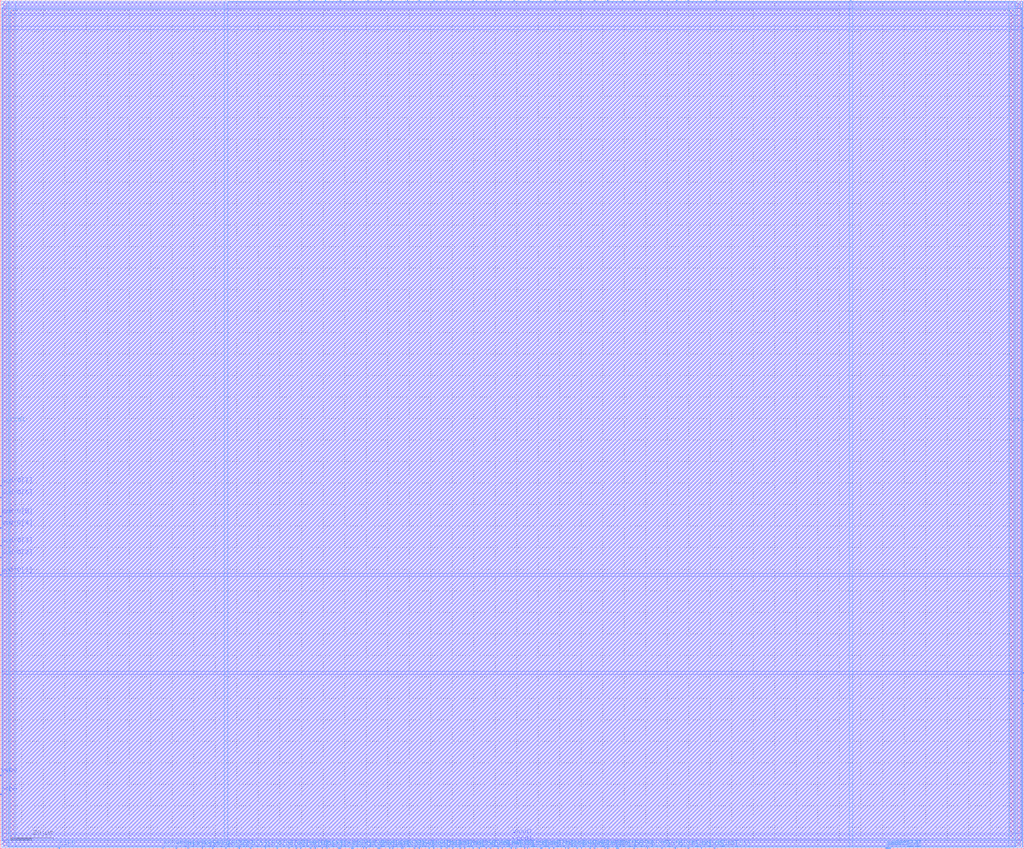
<source format=lef>
VERSION 5.4 ;
NAMESCASESENSITIVE ON ;
BUSBITCHARS "[]" ;
DIVIDERCHAR "/" ;
UNITS
  DATABASE MICRONS 2000 ;
END UNITS
MACRO sky130_sram_1kbyte_1rw1r_32x256_8
   CLASS BLOCK ;
   SIZE 475.7 BY 394.78 ;
   SYMMETRY X Y R90 ;
   PIN din0[0]
      DIRECTION INPUT ;
      PORT
         LAYER met4 ;
         RECT  104.72 0.0 105.1 0.64 ;
      END
   END din0[0]
   PIN din0[1]
      DIRECTION INPUT ;
      PORT
         LAYER met4 ;
         RECT  110.84 0.0 111.22 0.64 ;
      END
   END din0[1]
   PIN din0[2]
      DIRECTION INPUT ;
      PORT
         LAYER met4 ;
         RECT  116.28 0.0 116.66 0.64 ;
      END
   END din0[2]
   PIN din0[3]
      DIRECTION INPUT ;
      PORT
         LAYER met4 ;
         RECT  123.08 0.0 123.46 0.64 ;
      END
   END din0[3]
   PIN din0[4]
      DIRECTION INPUT ;
      PORT
         LAYER met4 ;
         RECT  128.52 0.0 128.9 0.64 ;
      END
   END din0[4]
   PIN din0[5]
      DIRECTION INPUT ;
      PORT
         LAYER met4 ;
         RECT  133.96 0.0 134.34 0.64 ;
      END
   END din0[5]
   PIN din0[6]
      DIRECTION INPUT ;
      PORT
         LAYER met4 ;
         RECT  139.4 0.0 139.78 0.64 ;
      END
   END din0[6]
   PIN din0[7]
      DIRECTION INPUT ;
      PORT
         LAYER met4 ;
         RECT  146.2 0.0 146.58 0.64 ;
      END
   END din0[7]
   PIN din0[8]
      DIRECTION INPUT ;
      PORT
         LAYER met4 ;
         RECT  151.64 0.0 152.02 0.64 ;
      END
   END din0[8]
   PIN din0[9]
      DIRECTION INPUT ;
      PORT
         LAYER met4 ;
         RECT  157.08 0.0 157.46 0.64 ;
      END
   END din0[9]
   PIN din0[10]
      DIRECTION INPUT ;
      PORT
         LAYER met4 ;
         RECT  163.2 0.0 163.58 0.64 ;
      END
   END din0[10]
   PIN din0[11]
      DIRECTION INPUT ;
      PORT
         LAYER met4 ;
         RECT  168.64 0.0 169.02 0.64 ;
      END
   END din0[11]
   PIN din0[12]
      DIRECTION INPUT ;
      PORT
         LAYER met4 ;
         RECT  175.44 0.0 175.82 0.64 ;
      END
   END din0[12]
   PIN din0[13]
      DIRECTION INPUT ;
      PORT
         LAYER met4 ;
         RECT  180.88 0.0 181.26 0.64 ;
      END
   END din0[13]
   PIN din0[14]
      DIRECTION INPUT ;
      PORT
         LAYER met4 ;
         RECT  186.32 0.0 186.7 0.64 ;
      END
   END din0[14]
   PIN din0[15]
      DIRECTION INPUT ;
      PORT
         LAYER met4 ;
         RECT  192.44 0.0 192.82 0.64 ;
      END
   END din0[15]
   PIN din0[16]
      DIRECTION INPUT ;
      PORT
         LAYER met4 ;
         RECT  199.24 0.0 199.62 0.64 ;
      END
   END din0[16]
   PIN din0[17]
      DIRECTION INPUT ;
      PORT
         LAYER met4 ;
         RECT  204.68 0.0 205.06 0.64 ;
      END
   END din0[17]
   PIN din0[18]
      DIRECTION INPUT ;
      PORT
         LAYER met4 ;
         RECT  210.12 0.0 210.5 0.64 ;
      END
   END din0[18]
   PIN din0[19]
      DIRECTION INPUT ;
      PORT
         LAYER met4 ;
         RECT  215.56 0.0 215.94 0.64 ;
      END
   END din0[19]
   PIN din0[20]
      DIRECTION INPUT ;
      PORT
         LAYER met4 ;
         RECT  222.36 0.0 222.74 0.64 ;
      END
   END din0[20]
   PIN din0[21]
      DIRECTION INPUT ;
      PORT
         LAYER met4 ;
         RECT  227.8 0.0 228.18 0.64 ;
      END
   END din0[21]
   PIN din0[22]
      DIRECTION INPUT ;
      PORT
         LAYER met4 ;
         RECT  233.24 0.0 233.62 0.64 ;
      END
   END din0[22]
   PIN din0[23]
      DIRECTION INPUT ;
      PORT
         LAYER met4 ;
         RECT  239.36 0.0 239.74 0.64 ;
      END
   END din0[23]
   PIN din0[24]
      DIRECTION INPUT ;
      PORT
         LAYER met4 ;
         RECT  244.8 0.0 245.18 0.64 ;
      END
   END din0[24]
   PIN din0[25]
      DIRECTION INPUT ;
      PORT
         LAYER met4 ;
         RECT  251.6 0.0 251.98 0.64 ;
      END
   END din0[25]
   PIN din0[26]
      DIRECTION INPUT ;
      PORT
         LAYER met4 ;
         RECT  257.04 0.0 257.42 0.64 ;
      END
   END din0[26]
   PIN din0[27]
      DIRECTION INPUT ;
      PORT
         LAYER met4 ;
         RECT  262.48 0.0 262.86 0.64 ;
      END
   END din0[27]
   PIN din0[28]
      DIRECTION INPUT ;
      PORT
         LAYER met4 ;
         RECT  267.92 0.0 268.3 0.64 ;
      END
   END din0[28]
   PIN din0[29]
      DIRECTION INPUT ;
      PORT
         LAYER met4 ;
         RECT  274.04 0.0 274.42 0.64 ;
      END
   END din0[29]
   PIN din0[30]
      DIRECTION INPUT ;
      PORT
         LAYER met4 ;
         RECT  280.84 0.0 281.22 0.64 ;
      END
   END din0[30]
   PIN din0[31]
      DIRECTION INPUT ;
      PORT
         LAYER met4 ;
         RECT  286.28 0.0 286.66 0.64 ;
      END
   END din0[31]
   PIN addr0[0]
      DIRECTION INPUT ;
      PORT
         LAYER met4 ;
         RECT  75.48 0.0 75.86 0.64 ;
      END
   END addr0[0]
   PIN addr0[1]
      DIRECTION INPUT ;
      PORT
         LAYER met3 ;
         RECT  0.0 127.16 0.64 127.54 ;
      END
   END addr0[1]
   PIN addr0[2]
      DIRECTION INPUT ;
      PORT
         LAYER met3 ;
         RECT  0.0 135.32 0.64 135.7 ;
      END
   END addr0[2]
   PIN addr0[3]
      DIRECTION INPUT ;
      PORT
         LAYER met3 ;
         RECT  0.0 140.76 0.64 141.14 ;
      END
   END addr0[3]
   PIN addr0[4]
      DIRECTION INPUT ;
      PORT
         LAYER met3 ;
         RECT  0.0 148.92 0.64 149.3 ;
      END
   END addr0[4]
   PIN addr0[5]
      DIRECTION INPUT ;
      PORT
         LAYER met3 ;
         RECT  0.0 154.36 0.64 154.74 ;
      END
   END addr0[5]
   PIN addr0[6]
      DIRECTION INPUT ;
      PORT
         LAYER met3 ;
         RECT  0.0 163.2 0.64 163.58 ;
      END
   END addr0[6]
   PIN addr0[7]
      DIRECTION INPUT ;
      PORT
         LAYER met3 ;
         RECT  0.0 168.64 0.64 169.02 ;
      END
   END addr0[7]
   PIN addr1[0]
      DIRECTION INPUT ;
      PORT
         LAYER met4 ;
         RECT  395.08 394.14 395.46 394.78 ;
      END
   END addr1[0]
   PIN addr1[1]
      DIRECTION INPUT ;
      PORT
         LAYER met3 ;
         RECT  475.06 81.6 475.7 81.98 ;
      END
   END addr1[1]
   PIN addr1[2]
      DIRECTION INPUT ;
      PORT
         LAYER met3 ;
         RECT  475.06 73.44 475.7 73.82 ;
      END
   END addr1[2]
   PIN addr1[3]
      DIRECTION INPUT ;
      PORT
         LAYER met3 ;
         RECT  475.06 67.32 475.7 67.7 ;
      END
   END addr1[3]
   PIN addr1[4]
      DIRECTION INPUT ;
      PORT
         LAYER met4 ;
         RECT  413.44 0.0 413.82 0.64 ;
      END
   END addr1[4]
   PIN addr1[5]
      DIRECTION INPUT ;
      PORT
         LAYER met4 ;
         RECT  411.4 0.0 411.78 0.64 ;
      END
   END addr1[5]
   PIN addr1[6]
      DIRECTION INPUT ;
      PORT
         LAYER met4 ;
         RECT  412.08 0.0 412.46 0.64 ;
      END
   END addr1[6]
   PIN addr1[7]
      DIRECTION INPUT ;
      PORT
         LAYER met4 ;
         RECT  412.76 0.0 413.14 0.64 ;
      END
   END addr1[7]
   PIN csb0
      DIRECTION INPUT ;
      PORT
         LAYER met3 ;
         RECT  0.0 25.16 0.64 25.54 ;
      END
   END csb0
   PIN csb1
      DIRECTION INPUT ;
      PORT
         LAYER met3 ;
         RECT  475.06 381.48 475.7 381.86 ;
      END
   END csb1
   PIN web0
      DIRECTION INPUT ;
      PORT
         LAYER met3 ;
         RECT  0.0 34.0 0.64 34.38 ;
      END
   END web0
   PIN clk0
      DIRECTION INPUT ;
      PORT
         LAYER met4 ;
         RECT  27.2 0.0 27.58 0.64 ;
      END
   END clk0
   PIN clk1
      DIRECTION INPUT ;
      PORT
         LAYER met4 ;
         RECT  448.12 394.14 448.5 394.78 ;
      END
   END clk1
   PIN wmask0[0]
      DIRECTION INPUT ;
      PORT
         LAYER met4 ;
         RECT  81.6 0.0 81.98 0.64 ;
      END
   END wmask0[0]
   PIN wmask0[1]
      DIRECTION INPUT ;
      PORT
         LAYER met4 ;
         RECT  87.04 0.0 87.42 0.64 ;
      END
   END wmask0[1]
   PIN wmask0[2]
      DIRECTION INPUT ;
      PORT
         LAYER met4 ;
         RECT  93.84 0.0 94.22 0.64 ;
      END
   END wmask0[2]
   PIN wmask0[3]
      DIRECTION INPUT ;
      PORT
         LAYER met4 ;
         RECT  98.6 0.0 98.98 0.64 ;
      END
   END wmask0[3]
   PIN dout0[0]
      DIRECTION OUTPUT ;
      PORT
         LAYER met4 ;
         RECT  137.36 0.0 137.74 0.64 ;
      END
   END dout0[0]
   PIN dout0[1]
      DIRECTION OUTPUT ;
      PORT
         LAYER met4 ;
         RECT  144.16 0.0 144.54 0.64 ;
      END
   END dout0[1]
   PIN dout0[2]
      DIRECTION OUTPUT ;
      PORT
         LAYER met4 ;
         RECT  149.6 0.0 149.98 0.64 ;
      END
   END dout0[2]
   PIN dout0[3]
      DIRECTION OUTPUT ;
      PORT
         LAYER met4 ;
         RECT  157.76 0.0 158.14 0.64 ;
      END
   END dout0[3]
   PIN dout0[4]
      DIRECTION OUTPUT ;
      PORT
         LAYER met4 ;
         RECT  163.88 0.0 164.26 0.64 ;
      END
   END dout0[4]
   PIN dout0[5]
      DIRECTION OUTPUT ;
      PORT
         LAYER met4 ;
         RECT  170.0 0.0 170.38 0.64 ;
      END
   END dout0[5]
   PIN dout0[6]
      DIRECTION OUTPUT ;
      PORT
         LAYER met4 ;
         RECT  176.12 0.0 176.5 0.64 ;
      END
   END dout0[6]
   PIN dout0[7]
      DIRECTION OUTPUT ;
      PORT
         LAYER met4 ;
         RECT  182.24 0.0 182.62 0.64 ;
      END
   END dout0[7]
   PIN dout0[8]
      DIRECTION OUTPUT ;
      PORT
         LAYER met4 ;
         RECT  187.0 0.0 187.38 0.64 ;
      END
   END dout0[8]
   PIN dout0[9]
      DIRECTION OUTPUT ;
      PORT
         LAYER met4 ;
         RECT  194.48 0.0 194.86 0.64 ;
      END
   END dout0[9]
   PIN dout0[10]
      DIRECTION OUTPUT ;
      PORT
         LAYER met4 ;
         RECT  201.28 0.0 201.66 0.64 ;
      END
   END dout0[10]
   PIN dout0[11]
      DIRECTION OUTPUT ;
      PORT
         LAYER met4 ;
         RECT  207.4 0.0 207.78 0.64 ;
      END
   END dout0[11]
   PIN dout0[12]
      DIRECTION OUTPUT ;
      PORT
         LAYER met4 ;
         RECT  213.52 0.0 213.9 0.64 ;
      END
   END dout0[12]
   PIN dout0[13]
      DIRECTION OUTPUT ;
      PORT
         LAYER met4 ;
         RECT  219.64 0.0 220.02 0.64 ;
      END
   END dout0[13]
   PIN dout0[14]
      DIRECTION OUTPUT ;
      PORT
         LAYER met4 ;
         RECT  225.76 0.0 226.14 0.64 ;
      END
   END dout0[14]
   PIN dout0[15]
      DIRECTION OUTPUT ;
      PORT
         LAYER met4 ;
         RECT  231.2 0.0 231.58 0.64 ;
      END
   END dout0[15]
   PIN dout0[16]
      DIRECTION OUTPUT ;
      PORT
         LAYER met4 ;
         RECT  237.32 0.0 237.7 0.64 ;
      END
   END dout0[16]
   PIN dout0[17]
      DIRECTION OUTPUT ;
      PORT
         LAYER met4 ;
         RECT  243.44 0.0 243.82 0.64 ;
      END
   END dout0[17]
   PIN dout0[18]
      DIRECTION OUTPUT ;
      PORT
         LAYER met4 ;
         RECT  250.92 0.0 251.3 0.64 ;
      END
   END dout0[18]
   PIN dout0[19]
      DIRECTION OUTPUT ;
      PORT
         LAYER met4 ;
         RECT  255.0 0.0 255.38 0.64 ;
      END
   END dout0[19]
   PIN dout0[20]
      DIRECTION OUTPUT ;
      PORT
         LAYER met4 ;
         RECT  263.84 0.0 264.22 0.64 ;
      END
   END dout0[20]
   PIN dout0[21]
      DIRECTION OUTPUT ;
      PORT
         LAYER met4 ;
         RECT  269.96 0.0 270.34 0.64 ;
      END
   END dout0[21]
   PIN dout0[22]
      DIRECTION OUTPUT ;
      PORT
         LAYER met4 ;
         RECT  276.08 0.0 276.46 0.64 ;
      END
   END dout0[22]
   PIN dout0[23]
      DIRECTION OUTPUT ;
      PORT
         LAYER met4 ;
         RECT  282.2 0.0 282.58 0.64 ;
      END
   END dout0[23]
   PIN dout0[24]
      DIRECTION OUTPUT ;
      PORT
         LAYER met4 ;
         RECT  286.96 0.0 287.34 0.64 ;
      END
   END dout0[24]
   PIN dout0[25]
      DIRECTION OUTPUT ;
      PORT
         LAYER met4 ;
         RECT  294.44 0.0 294.82 0.64 ;
      END
   END dout0[25]
   PIN dout0[26]
      DIRECTION OUTPUT ;
      PORT
         LAYER met4 ;
         RECT  300.56 0.0 300.94 0.64 ;
      END
   END dout0[26]
   PIN dout0[27]
      DIRECTION OUTPUT ;
      PORT
         LAYER met4 ;
         RECT  307.36 0.0 307.74 0.64 ;
      END
   END dout0[27]
   PIN dout0[28]
      DIRECTION OUTPUT ;
      PORT
         LAYER met4 ;
         RECT  313.48 0.0 313.86 0.64 ;
      END
   END dout0[28]
   PIN dout0[29]
      DIRECTION OUTPUT ;
      PORT
         LAYER met4 ;
         RECT  319.6 0.0 319.98 0.64 ;
      END
   END dout0[29]
   PIN dout0[30]
      DIRECTION OUTPUT ;
      PORT
         LAYER met4 ;
         RECT  325.72 0.0 326.1 0.64 ;
      END
   END dout0[30]
   PIN dout0[31]
      DIRECTION OUTPUT ;
      PORT
         LAYER met4 ;
         RECT  331.84 0.0 332.22 0.64 ;
      END
   END dout0[31]
   PIN dout1[0]
      DIRECTION OUTPUT ;
      PORT
         LAYER met4 ;
         RECT  138.72 394.14 139.1 394.78 ;
      END
   END dout1[0]
   PIN dout1[1]
      DIRECTION OUTPUT ;
      PORT
         LAYER met4 ;
         RECT  145.52 394.14 145.9 394.78 ;
      END
   END dout1[1]
   PIN dout1[2]
      DIRECTION OUTPUT ;
      PORT
         LAYER met4 ;
         RECT  150.96 394.14 151.34 394.78 ;
      END
   END dout1[2]
   PIN dout1[3]
      DIRECTION OUTPUT ;
      PORT
         LAYER met4 ;
         RECT  157.76 394.14 158.14 394.78 ;
      END
   END dout1[3]
   PIN dout1[4]
      DIRECTION OUTPUT ;
      PORT
         LAYER met4 ;
         RECT  163.88 394.14 164.26 394.78 ;
      END
   END dout1[4]
   PIN dout1[5]
      DIRECTION OUTPUT ;
      PORT
         LAYER met4 ;
         RECT  170.68 394.14 171.06 394.78 ;
      END
   END dout1[5]
   PIN dout1[6]
      DIRECTION OUTPUT ;
      PORT
         LAYER met4 ;
         RECT  176.8 394.14 177.18 394.78 ;
      END
   END dout1[6]
   PIN dout1[7]
      DIRECTION OUTPUT ;
      PORT
         LAYER met4 ;
         RECT  182.24 394.14 182.62 394.78 ;
      END
   END dout1[7]
   PIN dout1[8]
      DIRECTION OUTPUT ;
      PORT
         LAYER met4 ;
         RECT  189.04 394.14 189.42 394.78 ;
      END
   END dout1[8]
   PIN dout1[9]
      DIRECTION OUTPUT ;
      PORT
         LAYER met4 ;
         RECT  194.48 394.14 194.86 394.78 ;
      END
   END dout1[9]
   PIN dout1[10]
      DIRECTION OUTPUT ;
      PORT
         LAYER met4 ;
         RECT  201.28 394.14 201.66 394.78 ;
      END
   END dout1[10]
   PIN dout1[11]
      DIRECTION OUTPUT ;
      PORT
         LAYER met4 ;
         RECT  207.4 394.14 207.78 394.78 ;
      END
   END dout1[11]
   PIN dout1[12]
      DIRECTION OUTPUT ;
      PORT
         LAYER met4 ;
         RECT  214.2 394.14 214.58 394.78 ;
      END
   END dout1[12]
   PIN dout1[13]
      DIRECTION OUTPUT ;
      PORT
         LAYER met4 ;
         RECT  219.64 394.14 220.02 394.78 ;
      END
   END dout1[13]
   PIN dout1[14]
      DIRECTION OUTPUT ;
      PORT
         LAYER met4 ;
         RECT  225.76 394.14 226.14 394.78 ;
      END
   END dout1[14]
   PIN dout1[15]
      DIRECTION OUTPUT ;
      PORT
         LAYER met4 ;
         RECT  232.56 394.14 232.94 394.78 ;
      END
   END dout1[15]
   PIN dout1[16]
      DIRECTION OUTPUT ;
      PORT
         LAYER met4 ;
         RECT  238.68 394.14 239.06 394.78 ;
      END
   END dout1[16]
   PIN dout1[17]
      DIRECTION OUTPUT ;
      PORT
         LAYER met4 ;
         RECT  245.48 394.14 245.86 394.78 ;
      END
   END dout1[17]
   PIN dout1[18]
      DIRECTION OUTPUT ;
      PORT
         LAYER met4 ;
         RECT  250.92 394.14 251.3 394.78 ;
      END
   END dout1[18]
   PIN dout1[19]
      DIRECTION OUTPUT ;
      PORT
         LAYER met4 ;
         RECT  257.72 394.14 258.1 394.78 ;
      END
   END dout1[19]
   PIN dout1[20]
      DIRECTION OUTPUT ;
      PORT
         LAYER met4 ;
         RECT  263.16 394.14 263.54 394.78 ;
      END
   END dout1[20]
   PIN dout1[21]
      DIRECTION OUTPUT ;
      PORT
         LAYER met4 ;
         RECT  269.28 394.14 269.66 394.78 ;
      END
   END dout1[21]
   PIN dout1[22]
      DIRECTION OUTPUT ;
      PORT
         LAYER met4 ;
         RECT  276.08 394.14 276.46 394.78 ;
      END
   END dout1[22]
   PIN dout1[23]
      DIRECTION OUTPUT ;
      PORT
         LAYER met4 ;
         RECT  282.2 394.14 282.58 394.78 ;
      END
   END dout1[23]
   PIN dout1[24]
      DIRECTION OUTPUT ;
      PORT
         LAYER met4 ;
         RECT  289.0 394.14 289.38 394.78 ;
      END
   END dout1[24]
   PIN dout1[25]
      DIRECTION OUTPUT ;
      PORT
         LAYER met4 ;
         RECT  294.44 394.14 294.82 394.78 ;
      END
   END dout1[25]
   PIN dout1[26]
      DIRECTION OUTPUT ;
      PORT
         LAYER met4 ;
         RECT  301.24 394.14 301.62 394.78 ;
      END
   END dout1[26]
   PIN dout1[27]
      DIRECTION OUTPUT ;
      PORT
         LAYER met4 ;
         RECT  307.36 394.14 307.74 394.78 ;
      END
   END dout1[27]
   PIN dout1[28]
      DIRECTION OUTPUT ;
      PORT
         LAYER met4 ;
         RECT  314.16 394.14 314.54 394.78 ;
      END
   END dout1[28]
   PIN dout1[29]
      DIRECTION OUTPUT ;
      PORT
         LAYER met4 ;
         RECT  319.6 394.14 319.98 394.78 ;
      END
   END dout1[29]
   PIN dout1[30]
      DIRECTION OUTPUT ;
      PORT
         LAYER met4 ;
         RECT  325.72 394.14 326.1 394.78 ;
      END
   END dout1[30]
   PIN dout1[31]
      DIRECTION OUTPUT ;
      PORT
         LAYER met4 ;
         RECT  332.52 394.14 332.9 394.78 ;
      END
   END dout1[31]
   PIN vccd1
      DIRECTION INOUT ;
      USE POWER ; 
      SHAPE ABUTMENT ; 
      PORT
         LAYER met3 ;
         RECT  1.36 391.68 474.34 393.42 ;
         LAYER met4 ;
         RECT  472.6 1.36 474.34 393.42 ;
         LAYER met4 ;
         RECT  1.36 1.36 3.1 393.42 ;
         LAYER met3 ;
         RECT  1.36 1.36 474.34 3.1 ;
      END
   END vccd1
   PIN vssd1
      DIRECTION INOUT ;
      USE GROUND ; 
      SHAPE ABUTMENT ; 
      PORT
         LAYER met3 ;
         RECT  4.76 388.28 470.94 390.02 ;
         LAYER met4 ;
         RECT  4.76 4.76 6.5 390.02 ;
         LAYER met3 ;
         RECT  4.76 4.76 470.94 6.5 ;
         LAYER met4 ;
         RECT  469.2 4.76 470.94 390.02 ;
      END
   END vssd1
   OBS
   LAYER  met1 ;
      RECT  0.62 0.62 475.08 394.16 ;
   LAYER  met2 ;
      RECT  0.62 0.62 475.08 394.16 ;
   LAYER  met3 ;
      RECT  0.98 126.56 475.08 128.14 ;
      RECT  0.62 128.14 0.98 134.72 ;
      RECT  0.62 136.3 0.98 140.16 ;
      RECT  0.62 141.74 0.98 148.32 ;
      RECT  0.62 149.9 0.98 153.76 ;
      RECT  0.62 155.34 0.98 162.6 ;
      RECT  0.62 164.18 0.98 168.04 ;
      RECT  0.98 81.0 474.72 82.58 ;
      RECT  0.98 82.58 474.72 126.56 ;
      RECT  474.72 82.58 475.08 126.56 ;
      RECT  474.72 74.42 475.08 81.0 ;
      RECT  474.72 68.3 475.08 72.84 ;
      RECT  0.98 128.14 474.72 380.88 ;
      RECT  0.98 380.88 474.72 382.46 ;
      RECT  474.72 128.14 475.08 380.88 ;
      RECT  0.62 26.14 0.98 33.4 ;
      RECT  0.62 34.98 0.98 126.56 ;
      RECT  0.62 169.62 0.76 391.08 ;
      RECT  0.62 391.08 0.76 394.02 ;
      RECT  0.62 394.02 0.76 394.16 ;
      RECT  0.76 169.62 0.98 391.08 ;
      RECT  0.76 394.02 0.98 394.16 ;
      RECT  0.98 394.02 474.72 394.16 ;
      RECT  474.72 382.46 474.94 391.08 ;
      RECT  474.72 394.02 474.94 394.16 ;
      RECT  474.94 382.46 475.08 391.08 ;
      RECT  474.94 391.08 475.08 394.02 ;
      RECT  474.94 394.02 475.08 394.16 ;
      RECT  0.98 0.62 474.72 0.76 ;
      RECT  474.72 0.62 474.94 0.76 ;
      RECT  474.72 3.7 474.94 66.72 ;
      RECT  474.94 0.62 475.08 0.76 ;
      RECT  474.94 0.76 475.08 3.7 ;
      RECT  474.94 3.7 475.08 66.72 ;
      RECT  0.62 0.62 0.76 0.76 ;
      RECT  0.62 0.76 0.76 3.7 ;
      RECT  0.62 3.7 0.76 24.56 ;
      RECT  0.76 0.62 0.98 0.76 ;
      RECT  0.76 3.7 0.98 24.56 ;
      RECT  0.98 382.46 4.16 387.68 ;
      RECT  0.98 387.68 4.16 390.62 ;
      RECT  0.98 390.62 4.16 391.08 ;
      RECT  4.16 382.46 471.54 387.68 ;
      RECT  4.16 390.62 471.54 391.08 ;
      RECT  471.54 382.46 474.72 387.68 ;
      RECT  471.54 387.68 474.72 390.62 ;
      RECT  471.54 390.62 474.72 391.08 ;
      RECT  0.98 3.7 4.16 4.16 ;
      RECT  0.98 4.16 4.16 7.1 ;
      RECT  0.98 7.1 4.16 81.0 ;
      RECT  4.16 3.7 471.54 4.16 ;
      RECT  4.16 7.1 471.54 81.0 ;
      RECT  471.54 3.7 474.72 4.16 ;
      RECT  471.54 4.16 474.72 7.1 ;
      RECT  471.54 7.1 474.72 81.0 ;
   LAYER  met4 ;
      RECT  104.12 0.98 105.7 394.16 ;
      RECT  105.7 0.62 110.24 0.98 ;
      RECT  111.82 0.62 115.68 0.98 ;
      RECT  117.26 0.62 122.48 0.98 ;
      RECT  124.06 0.62 127.92 0.98 ;
      RECT  129.5 0.62 133.36 0.98 ;
      RECT  152.62 0.62 156.48 0.98 ;
      RECT  258.02 0.62 261.88 0.98 ;
      RECT  105.7 0.98 394.48 393.8 ;
      RECT  394.48 0.98 396.06 393.8 ;
      RECT  28.18 0.62 74.88 0.98 ;
      RECT  396.06 393.8 447.52 394.16 ;
      RECT  76.46 0.62 81.0 0.98 ;
      RECT  82.58 0.62 86.44 0.98 ;
      RECT  88.02 0.62 93.24 0.98 ;
      RECT  94.82 0.62 98.0 0.98 ;
      RECT  99.58 0.62 104.12 0.98 ;
      RECT  134.94 0.62 136.76 0.98 ;
      RECT  138.34 0.62 138.8 0.98 ;
      RECT  140.38 0.62 143.56 0.98 ;
      RECT  145.14 0.62 145.6 0.98 ;
      RECT  147.18 0.62 149.0 0.98 ;
      RECT  150.58 0.62 151.04 0.98 ;
      RECT  158.74 0.62 162.6 0.98 ;
      RECT  164.86 0.62 168.04 0.98 ;
      RECT  170.98 0.62 174.84 0.98 ;
      RECT  177.1 0.62 180.28 0.98 ;
      RECT  183.22 0.62 185.72 0.98 ;
      RECT  187.98 0.62 191.84 0.98 ;
      RECT  193.42 0.62 193.88 0.98 ;
      RECT  195.46 0.62 198.64 0.98 ;
      RECT  200.22 0.62 200.68 0.98 ;
      RECT  202.26 0.62 204.08 0.98 ;
      RECT  205.66 0.62 206.8 0.98 ;
      RECT  208.38 0.62 209.52 0.98 ;
      RECT  211.1 0.62 212.92 0.98 ;
      RECT  214.5 0.62 214.96 0.98 ;
      RECT  216.54 0.62 219.04 0.98 ;
      RECT  220.62 0.62 221.76 0.98 ;
      RECT  223.34 0.62 225.16 0.98 ;
      RECT  226.74 0.62 227.2 0.98 ;
      RECT  228.78 0.62 230.6 0.98 ;
      RECT  232.18 0.62 232.64 0.98 ;
      RECT  234.22 0.62 236.72 0.98 ;
      RECT  238.3 0.62 238.76 0.98 ;
      RECT  240.34 0.62 242.84 0.98 ;
      RECT  245.78 0.62 250.32 0.98 ;
      RECT  252.58 0.62 254.4 0.98 ;
      RECT  255.98 0.62 256.44 0.98 ;
      RECT  264.82 0.62 267.32 0.98 ;
      RECT  268.9 0.62 269.36 0.98 ;
      RECT  270.94 0.62 273.44 0.98 ;
      RECT  275.02 0.62 275.48 0.98 ;
      RECT  277.06 0.62 280.24 0.98 ;
      RECT  283.18 0.62 285.68 0.98 ;
      RECT  287.94 0.62 293.84 0.98 ;
      RECT  295.42 0.62 299.96 0.98 ;
      RECT  301.54 0.62 306.76 0.98 ;
      RECT  308.34 0.62 312.88 0.98 ;
      RECT  314.46 0.62 319.0 0.98 ;
      RECT  320.58 0.62 325.12 0.98 ;
      RECT  326.7 0.62 331.24 0.98 ;
      RECT  332.82 0.62 410.8 0.98 ;
      RECT  105.7 393.8 138.12 394.16 ;
      RECT  139.7 393.8 144.92 394.16 ;
      RECT  146.5 393.8 150.36 394.16 ;
      RECT  151.94 393.8 157.16 394.16 ;
      RECT  158.74 393.8 163.28 394.16 ;
      RECT  164.86 393.8 170.08 394.16 ;
      RECT  171.66 393.8 176.2 394.16 ;
      RECT  177.78 393.8 181.64 394.16 ;
      RECT  183.22 393.8 188.44 394.16 ;
      RECT  190.02 393.8 193.88 394.16 ;
      RECT  195.46 393.8 200.68 394.16 ;
      RECT  202.26 393.8 206.8 394.16 ;
      RECT  208.38 393.8 213.6 394.16 ;
      RECT  215.18 393.8 219.04 394.16 ;
      RECT  220.62 393.8 225.16 394.16 ;
      RECT  226.74 393.8 231.96 394.16 ;
      RECT  233.54 393.8 238.08 394.16 ;
      RECT  239.66 393.8 244.88 394.16 ;
      RECT  246.46 393.8 250.32 394.16 ;
      RECT  251.9 393.8 257.12 394.16 ;
      RECT  258.7 393.8 262.56 394.16 ;
      RECT  264.14 393.8 268.68 394.16 ;
      RECT  270.26 393.8 275.48 394.16 ;
      RECT  277.06 393.8 281.6 394.16 ;
      RECT  283.18 393.8 288.4 394.16 ;
      RECT  289.98 393.8 293.84 394.16 ;
      RECT  295.42 393.8 300.64 394.16 ;
      RECT  302.22 393.8 306.76 394.16 ;
      RECT  308.34 393.8 313.56 394.16 ;
      RECT  315.14 393.8 319.0 394.16 ;
      RECT  320.58 393.8 325.12 394.16 ;
      RECT  326.7 393.8 331.92 394.16 ;
      RECT  333.5 393.8 394.48 394.16 ;
      RECT  474.94 0.98 475.08 393.8 ;
      RECT  414.42 0.62 472.0 0.76 ;
      RECT  414.42 0.76 472.0 0.98 ;
      RECT  472.0 0.62 474.94 0.76 ;
      RECT  474.94 0.62 475.08 0.76 ;
      RECT  474.94 0.76 475.08 0.98 ;
      RECT  449.1 393.8 472.0 394.02 ;
      RECT  449.1 394.02 472.0 394.16 ;
      RECT  472.0 394.02 474.94 394.16 ;
      RECT  474.94 393.8 475.08 394.02 ;
      RECT  474.94 394.02 475.08 394.16 ;
      RECT  0.62 0.98 0.76 394.02 ;
      RECT  0.62 394.02 0.76 394.16 ;
      RECT  0.76 394.02 3.7 394.16 ;
      RECT  3.7 394.02 104.12 394.16 ;
      RECT  0.62 0.62 0.76 0.76 ;
      RECT  0.62 0.76 0.76 0.98 ;
      RECT  0.76 0.62 3.7 0.76 ;
      RECT  3.7 0.62 26.6 0.76 ;
      RECT  3.7 0.76 26.6 0.98 ;
      RECT  3.7 0.98 4.16 4.16 ;
      RECT  3.7 4.16 4.16 390.62 ;
      RECT  3.7 390.62 4.16 394.02 ;
      RECT  4.16 0.98 7.1 4.16 ;
      RECT  4.16 390.62 7.1 394.02 ;
      RECT  7.1 0.98 104.12 4.16 ;
      RECT  7.1 4.16 104.12 390.62 ;
      RECT  7.1 390.62 104.12 394.02 ;
      RECT  396.06 0.98 468.6 4.16 ;
      RECT  396.06 4.16 468.6 390.62 ;
      RECT  396.06 390.62 468.6 393.8 ;
      RECT  468.6 0.98 471.54 4.16 ;
      RECT  468.6 390.62 471.54 393.8 ;
      RECT  471.54 0.98 472.0 4.16 ;
      RECT  471.54 4.16 472.0 390.62 ;
      RECT  471.54 390.62 472.0 393.8 ;
   END
END    sky130_sram_1kbyte_1rw1r_32x256_8
END    LIBRARY

</source>
